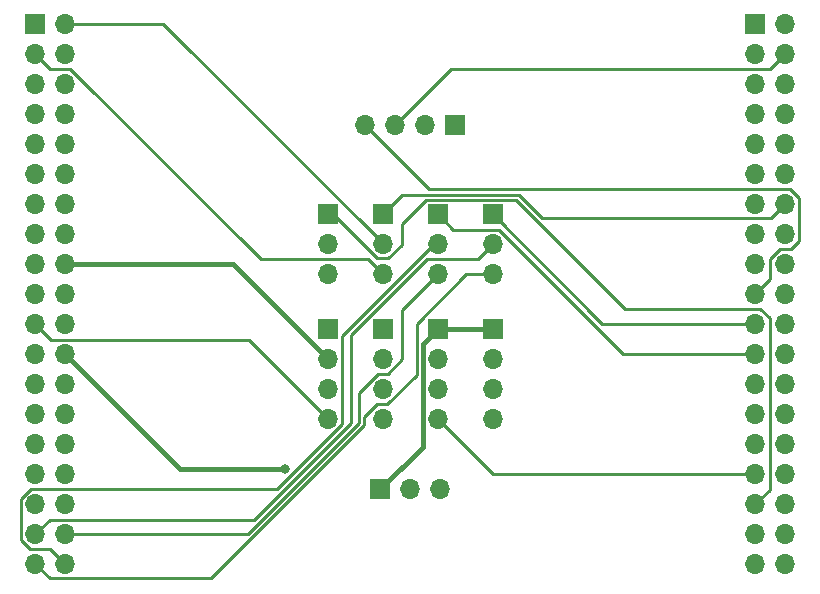
<source format=gtl>
G04 #@! TF.GenerationSoftware,KiCad,Pcbnew,7.0.11+1*
G04 #@! TF.CreationDate,2024-05-23T22:44:02+02:00*
G04 #@! TF.ProjectId,pcb_shield,7063625f-7368-4696-956c-642e6b696361,rev?*
G04 #@! TF.SameCoordinates,Original*
G04 #@! TF.FileFunction,Copper,L1,Top*
G04 #@! TF.FilePolarity,Positive*
%FSLAX46Y46*%
G04 Gerber Fmt 4.6, Leading zero omitted, Abs format (unit mm)*
G04 Created by KiCad (PCBNEW 7.0.11+1) date 2024-05-23 22:44:02*
%MOMM*%
%LPD*%
G01*
G04 APERTURE LIST*
G04 #@! TA.AperFunction,ComponentPad*
%ADD10R,1.700000X1.700000*%
G04 #@! TD*
G04 #@! TA.AperFunction,ComponentPad*
%ADD11O,1.700000X1.700000*%
G04 #@! TD*
G04 #@! TA.AperFunction,ViaPad*
%ADD12C,0.800000*%
G04 #@! TD*
G04 #@! TA.AperFunction,Conductor*
%ADD13C,0.250000*%
G04 #@! TD*
G04 #@! TA.AperFunction,Conductor*
%ADD14C,0.400000*%
G04 #@! TD*
G04 APERTURE END LIST*
D10*
X143463100Y-88040000D03*
D11*
X143463100Y-90580000D03*
X143463100Y-93120000D03*
X143463100Y-95660000D03*
D10*
X129513100Y-88040000D03*
D11*
X129513100Y-90580000D03*
X129513100Y-93120000D03*
X129513100Y-95660000D03*
D10*
X138813100Y-78340000D03*
D11*
X138813100Y-80880000D03*
X138813100Y-83420000D03*
D10*
X129513100Y-78340000D03*
D11*
X129513100Y-80880000D03*
X129513100Y-83420000D03*
D10*
X133975000Y-101600000D03*
D11*
X136515000Y-101600000D03*
X139055000Y-101600000D03*
D10*
X143463100Y-78340000D03*
D11*
X143463100Y-80880000D03*
X143463100Y-83420000D03*
D10*
X134163100Y-88040000D03*
D11*
X134163100Y-90580000D03*
X134163100Y-93120000D03*
X134163100Y-95660000D03*
D10*
X134163100Y-78340000D03*
D11*
X134163100Y-80880000D03*
X134163100Y-83420000D03*
D10*
X140300000Y-70800000D03*
D11*
X137760000Y-70800000D03*
X135220000Y-70800000D03*
X132680000Y-70800000D03*
D10*
X138813100Y-88040000D03*
D11*
X138813100Y-90580000D03*
X138813100Y-93120000D03*
X138813100Y-95660000D03*
D10*
X165710000Y-62240000D03*
D11*
X168250000Y-62240000D03*
X165710000Y-64780000D03*
X168250000Y-64780000D03*
X165710000Y-67320000D03*
X168250000Y-67320000D03*
X165710000Y-69860000D03*
X168250000Y-69860000D03*
X165710000Y-72400000D03*
X168250000Y-72400000D03*
X165710000Y-74940000D03*
X168250000Y-74940000D03*
X165710000Y-77480000D03*
X168250000Y-77480000D03*
X165710000Y-80020000D03*
X168250000Y-80020000D03*
X165710000Y-82560000D03*
X168250000Y-82560000D03*
X165710000Y-85100000D03*
X168250000Y-85100000D03*
X165710000Y-87640000D03*
X168250000Y-87640000D03*
X165710000Y-90180000D03*
X168250000Y-90180000D03*
X165710000Y-92720000D03*
X168250000Y-92720000D03*
X165710000Y-95260000D03*
X168250000Y-95260000D03*
X165710000Y-97800000D03*
X168250000Y-97800000D03*
X165710000Y-100340000D03*
X168250000Y-100340000D03*
X165710000Y-102880000D03*
X168250000Y-102880000D03*
X165710000Y-105420000D03*
X168250000Y-105420000D03*
X165710000Y-107960000D03*
X168250000Y-107960000D03*
D10*
X104750000Y-62240000D03*
D11*
X107290000Y-62240000D03*
X104750000Y-64780000D03*
X107290000Y-64780000D03*
X104750000Y-67320000D03*
X107290000Y-67320000D03*
X104750000Y-69860000D03*
X107290000Y-69860000D03*
X104750000Y-72400000D03*
X107290000Y-72400000D03*
X104750000Y-74940000D03*
X107290000Y-74940000D03*
X104750000Y-77480000D03*
X107290000Y-77480000D03*
X104750000Y-80020000D03*
X107290000Y-80020000D03*
X104750000Y-82560000D03*
X107290000Y-82560000D03*
X104750000Y-85100000D03*
X107290000Y-85100000D03*
X104750000Y-87640000D03*
X107290000Y-87640000D03*
X104750000Y-90180000D03*
X107290000Y-90180000D03*
X104750000Y-92720000D03*
X107290000Y-92720000D03*
X104750000Y-95260000D03*
X107290000Y-95260000D03*
X104750000Y-97800000D03*
X107290000Y-97800000D03*
X104750000Y-100340000D03*
X107290000Y-100340000D03*
X104750000Y-102880000D03*
X107290000Y-102880000D03*
X104750000Y-105420000D03*
X107290000Y-105420000D03*
X104750000Y-107960000D03*
X107290000Y-107960000D03*
D12*
X125882500Y-99931200D03*
D13*
X106113100Y-89003100D02*
X122856200Y-89003100D01*
X122856200Y-89003100D02*
X129513100Y-95660000D01*
X104750000Y-87640000D02*
X106113100Y-89003100D01*
X135801100Y-79189700D02*
X135801100Y-80930300D01*
X145456500Y-77163100D02*
X137827700Y-77163100D01*
X134646000Y-82085400D02*
X133699500Y-82085400D01*
X154663400Y-86370000D02*
X145456500Y-77163100D01*
X166927600Y-87156700D02*
X166140900Y-86370000D01*
X166140900Y-86370000D02*
X154663400Y-86370000D01*
X137827700Y-77163100D02*
X135801100Y-79189700D01*
X133699500Y-82085400D02*
X129954100Y-78340000D01*
X166927600Y-101662400D02*
X166927600Y-87156700D01*
X129954100Y-78340000D02*
X129513100Y-78340000D01*
X135801100Y-80930300D02*
X134646000Y-82085400D01*
X165710000Y-102880000D02*
X166927600Y-101662400D01*
D14*
X138813100Y-88040000D02*
X143463100Y-88040000D01*
X137557700Y-89295400D02*
X138813100Y-88040000D01*
X133975000Y-101600000D02*
X137557700Y-98017300D01*
X137557700Y-98017300D02*
X137557700Y-89295400D01*
D13*
X168250000Y-77480000D02*
X167059400Y-78670600D01*
X147641000Y-78670600D02*
X145669900Y-76699500D01*
X145669900Y-76699500D02*
X135803600Y-76699500D01*
X135803600Y-76699500D02*
X134163100Y-78340000D01*
X167059400Y-78670600D02*
X147641000Y-78670600D01*
X115584200Y-62240000D02*
X134163100Y-80818900D01*
X134163100Y-80818900D02*
X134163100Y-80880000D01*
X107290000Y-62240000D02*
X115584200Y-62240000D01*
X106020000Y-66050000D02*
X107717700Y-66050000D01*
X132907600Y-82164500D02*
X134163100Y-83420000D01*
X107717700Y-66050000D02*
X123832200Y-82164500D01*
X123832200Y-82164500D02*
X132907600Y-82164500D01*
X104750000Y-64780000D02*
X106020000Y-66050000D01*
D14*
X107290000Y-82560000D02*
X121493100Y-82560000D01*
X121493100Y-82560000D02*
X129513100Y-90580000D01*
D13*
X143493100Y-100340000D02*
X138813100Y-95660000D01*
X165710000Y-100340000D02*
X143493100Y-100340000D01*
X138813100Y-78340000D02*
X140110300Y-79637200D01*
X154545900Y-90180000D02*
X165710000Y-90180000D01*
X140110300Y-79637200D02*
X144003100Y-79637200D01*
X144003100Y-79637200D02*
X154545900Y-90180000D01*
X103543300Y-105914400D02*
X104318900Y-106690000D01*
X104348900Y-101610000D02*
X103543300Y-102415600D01*
X104318900Y-106690000D02*
X106020000Y-106690000D01*
X103543300Y-102415600D02*
X103543300Y-105914400D01*
X130731600Y-88651500D02*
X130731600Y-96114800D01*
X138813100Y-80880000D02*
X138503100Y-80880000D01*
X125236400Y-101610000D02*
X104348900Y-101610000D01*
X130731600Y-96114800D02*
X125236400Y-101610000D01*
X138503100Y-80880000D02*
X130731600Y-88651500D01*
X106020000Y-106690000D02*
X107290000Y-107960000D01*
X135795500Y-86437600D02*
X138813100Y-83420000D01*
X133768700Y-91850000D02*
X134579300Y-91850000D01*
X132128900Y-93489800D02*
X133768700Y-91850000D01*
X132128900Y-96033800D02*
X132128900Y-93489800D01*
X135795500Y-90633800D02*
X135795500Y-86437600D01*
X107290000Y-105420000D02*
X122742700Y-105420000D01*
X122742700Y-105420000D02*
X132128900Y-96033800D01*
X134579300Y-91850000D02*
X135795500Y-90633800D01*
X152763100Y-87640000D02*
X143463100Y-78340000D01*
X165710000Y-87640000D02*
X152763100Y-87640000D01*
X105963600Y-104206400D02*
X123279100Y-104206400D01*
X142193100Y-82150000D02*
X143463100Y-80880000D01*
X131506900Y-88527300D02*
X137884200Y-82150000D01*
X104750000Y-105420000D02*
X105963600Y-104206400D01*
X131506900Y-95978600D02*
X131506900Y-88527300D01*
X137884200Y-82150000D02*
X142193100Y-82150000D01*
X123279100Y-104206400D02*
X131506900Y-95978600D01*
X133724300Y-94390000D02*
X134569100Y-94390000D01*
X137030800Y-87606800D02*
X141217600Y-83420000D01*
X141217600Y-83420000D02*
X143463100Y-83420000D01*
X134569100Y-94390000D02*
X137030800Y-91928300D01*
X132580800Y-95533500D02*
X133724300Y-94390000D01*
X105964500Y-109174500D02*
X119627300Y-109174500D01*
X132580800Y-96221000D02*
X132580800Y-95533500D01*
X119627300Y-109174500D02*
X132580800Y-96221000D01*
X104750000Y-107960000D02*
X105964500Y-109174500D01*
X137030800Y-91928300D02*
X137030800Y-87606800D01*
X139970000Y-66050000D02*
X135220000Y-70800000D01*
X166980000Y-66050000D02*
X139970000Y-66050000D01*
X168250000Y-64780000D02*
X166980000Y-66050000D01*
X169442800Y-80569800D02*
X169442800Y-76986800D01*
X165710000Y-85100000D02*
X166980000Y-83830000D01*
X166980000Y-82129100D02*
X167819100Y-81290000D01*
X166980000Y-83830000D02*
X166980000Y-82129100D01*
X168722600Y-81290000D02*
X169442800Y-80569800D01*
X167819100Y-81290000D02*
X168722600Y-81290000D01*
X169442800Y-76986800D02*
X168687400Y-76231400D01*
X168687400Y-76231400D02*
X138111400Y-76231400D01*
X138111400Y-76231400D02*
X132680000Y-70800000D01*
D14*
X107290000Y-90180000D02*
X117041200Y-99931200D01*
X117041200Y-99931200D02*
X125882500Y-99931200D01*
M02*

</source>
